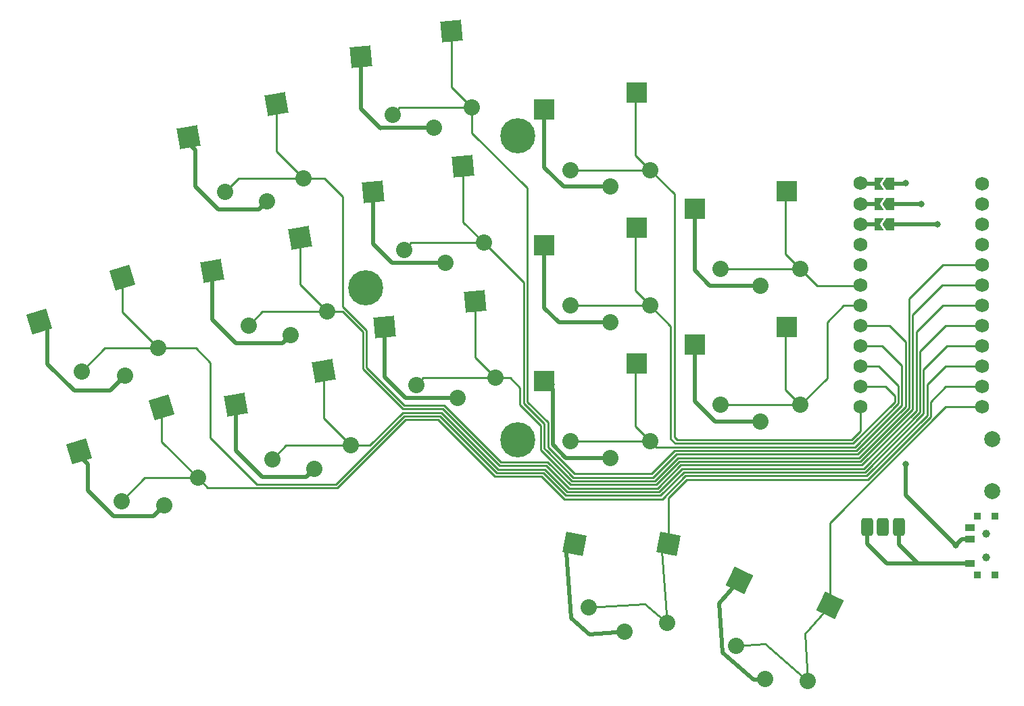
<source format=gtl>
%TF.GenerationSoftware,KiCad,Pcbnew,(6.0.4)*%
%TF.CreationDate,2022-05-15T18:09:05+02:00*%
%TF.ProjectId,battoota,62617474-6f6f-4746-912e-6b696361645f,v1.0.0*%
%TF.SameCoordinates,Original*%
%TF.FileFunction,Copper,L1,Top*%
%TF.FilePolarity,Positive*%
%FSLAX46Y46*%
G04 Gerber Fmt 4.6, Leading zero omitted, Abs format (unit mm)*
G04 Created by KiCad (PCBNEW (6.0.4)) date 2022-05-15 18:09:05*
%MOMM*%
%LPD*%
G01*
G04 APERTURE LIST*
G04 Aperture macros list*
%AMRoundRect*
0 Rectangle with rounded corners*
0 $1 Rounding radius*
0 $2 $3 $4 $5 $6 $7 $8 $9 X,Y pos of 4 corners*
0 Add a 4 corners polygon primitive as box body*
4,1,4,$2,$3,$4,$5,$6,$7,$8,$9,$2,$3,0*
0 Add four circle primitives for the rounded corners*
1,1,$1+$1,$2,$3*
1,1,$1+$1,$4,$5*
1,1,$1+$1,$6,$7*
1,1,$1+$1,$8,$9*
0 Add four rect primitives between the rounded corners*
20,1,$1+$1,$2,$3,$4,$5,0*
20,1,$1+$1,$4,$5,$6,$7,0*
20,1,$1+$1,$6,$7,$8,$9,0*
20,1,$1+$1,$8,$9,$2,$3,0*%
%AMRotRect*
0 Rectangle, with rotation*
0 The origin of the aperture is its center*
0 $1 length*
0 $2 width*
0 $3 Rotation angle, in degrees counterclockwise*
0 Add horizontal line*
21,1,$1,$2,0,0,$3*%
%AMFreePoly0*
4,1,6,0.500000,-0.750000,-0.650000,-0.750000,-0.150000,0.000000,-0.650000,0.750000,0.500000,0.750000,0.500000,-0.750000,0.500000,-0.750000,$1*%
%AMFreePoly1*
4,1,6,1.000000,0.000000,0.500000,-0.750000,-0.500000,-0.750000,-0.500000,0.750000,0.500000,0.750000,1.000000,0.000000,1.000000,0.000000,$1*%
G04 Aperture macros list end*
%TA.AperFunction,SMDPad,CuDef*%
%ADD10R,0.900000X0.900000*%
%TD*%
%TA.AperFunction,SMDPad,CuDef*%
%ADD11R,1.250000X0.900000*%
%TD*%
%TA.AperFunction,ComponentPad*%
%ADD12RoundRect,0.375000X-0.375000X-0.750000X0.375000X-0.750000X0.375000X0.750000X-0.375000X0.750000X0*%
%TD*%
%TA.AperFunction,ComponentPad*%
%ADD13C,2.000000*%
%TD*%
%TA.AperFunction,SMDPad,CuDef*%
%ADD14RotRect,2.600000X2.600000X10.000000*%
%TD*%
%TA.AperFunction,ComponentPad*%
%ADD15C,2.032000*%
%TD*%
%TA.AperFunction,SMDPad,CuDef*%
%ADD16RotRect,2.600000X2.600000X5.000000*%
%TD*%
%TA.AperFunction,SMDPad,CuDef*%
%ADD17R,2.600000X2.600000*%
%TD*%
%TA.AperFunction,SMDPad,CuDef*%
%ADD18RotRect,2.600000X2.600000X334.000000*%
%TD*%
%TA.AperFunction,WasherPad*%
%ADD19C,1.000000*%
%TD*%
%TA.AperFunction,SMDPad,CuDef*%
%ADD20RotRect,2.600000X2.600000X17.000000*%
%TD*%
%TA.AperFunction,SMDPad,CuDef*%
%ADD21RotRect,2.600000X2.600000X349.000000*%
%TD*%
%TA.AperFunction,ComponentPad*%
%ADD22C,1.752600*%
%TD*%
%TA.AperFunction,SMDPad,CuDef*%
%ADD23FreePoly0,180.000000*%
%TD*%
%TA.AperFunction,SMDPad,CuDef*%
%ADD24R,1.524000X0.500000*%
%TD*%
%TA.AperFunction,SMDPad,CuDef*%
%ADD25FreePoly1,180.000000*%
%TD*%
%TA.AperFunction,ComponentPad*%
%ADD26C,4.400000*%
%TD*%
%TA.AperFunction,ViaPad*%
%ADD27C,0.800000*%
%TD*%
%TA.AperFunction,Conductor*%
%ADD28C,0.250000*%
%TD*%
%TA.AperFunction,Conductor*%
%ADD29C,0.500000*%
%TD*%
G04 APERTURE END LIST*
D10*
%TO.P,T1,*%
%TO.N,*%
X161400140Y52144619D03*
X163600140Y59544619D03*
X163600140Y52144619D03*
X161400140Y59544619D03*
D11*
%TO.P,T1,1*%
%TO.N,Braw*%
X160425140Y53594619D03*
%TO.P,T1,2*%
%TO.N,RAW*%
X160425140Y56594619D03*
%TO.P,T1,3*%
%TO.N,N/C*%
X160425140Y58094619D03*
%TD*%
D12*
%TO.P,PAD1,1*%
%TO.N,Braw*%
X151545396Y58163682D03*
%TO.P,PAD1,2*%
%TO.N,GND*%
X149545396Y58163682D03*
%TO.P,PAD1,3*%
%TO.N,Braw*%
X147545396Y58163682D03*
%TD*%
D13*
%TO.P,B1,1*%
%TO.N,RST*%
X163203191Y69152519D03*
%TO.P,B1,2*%
%TO.N,GND*%
X163203191Y62652519D03*
%TD*%
D14*
%TO.P,S11,1*%
%TO.N,P3*%
X73579149Y111173371D03*
%TO.P,S11,2*%
%TO.N,GND*%
X62586645Y107001157D03*
%TD*%
D15*
%TO.P,S34,1*%
%TO.N,P9*%
X131165429Y43224606D03*
X140153370Y38840895D03*
%TO.P,S34,2*%
%TO.N,GND*%
X134738820Y39145283D03*
X134738820Y39145283D03*
%TD*%
D16*
%TO.P,S15,1*%
%TO.N,P18*%
X96965604Y103326961D03*
%TO.P,S15,2*%
%TO.N,GND*%
X85651298Y100128683D03*
%TD*%
D17*
%TO.P,S21,1*%
%TO.N,P16*%
X118686087Y95636017D03*
%TO.P,S21,2*%
%TO.N,GND*%
X107136087Y93436017D03*
%TD*%
D15*
%TO.P,S8,1*%
%TO.N,P5*%
X73026972Y66651093D03*
X82875050Y68387574D03*
%TO.P,S8,2*%
%TO.N,GND*%
X78315672Y65451237D03*
X78315672Y65451237D03*
%TD*%
%TO.P,S14,1*%
%TO.N,P2*%
X91053509Y75957538D03*
X101015456Y76829096D03*
%TO.P,S14,2*%
%TO.N,GND*%
X96217510Y74301308D03*
X96217510Y74301308D03*
%TD*%
%TO.P,S20,1*%
%TO.N,P14*%
X120411087Y68886017D03*
X110411087Y68886017D03*
%TO.P,S20,2*%
%TO.N,GND*%
X115411087Y66786017D03*
X115411087Y66786017D03*
%TD*%
%TO.P,S28,1*%
%TO.N,P19*%
X129218280Y73478852D03*
X139218280Y73478852D03*
%TO.P,S28,2*%
%TO.N,GND*%
X134218280Y71378852D03*
X134218280Y71378852D03*
%TD*%
D17*
%TO.P,S29,1*%
%TO.N,P20*%
X137493280Y100228852D03*
%TO.P,S29,2*%
%TO.N,GND*%
X125943280Y98028852D03*
%TD*%
D18*
%TO.P,S33,1*%
%TO.N,P9*%
X142877069Y48360327D03*
%TO.P,S33,2*%
%TO.N,GND*%
X131531581Y51446167D03*
%TD*%
D14*
%TO.P,S7,1*%
%TO.N,P5*%
X79483187Y77689907D03*
%TO.P,S7,2*%
%TO.N,GND*%
X68490683Y73517693D03*
%TD*%
D19*
%TO.P,T2,*%
%TO.N,*%
X162500140Y57344619D03*
X162500140Y54344619D03*
%TD*%
D20*
%TO.P,S5,1*%
%TO.N,P6*%
X54234545Y89377494D03*
%TO.P,S5,2*%
%TO.N,GND*%
X43832443Y83896730D03*
%TD*%
D17*
%TO.P,S27,1*%
%TO.N,P19*%
X137493280Y83228852D03*
%TO.P,S27,2*%
%TO.N,GND*%
X125943280Y81028852D03*
%TD*%
D14*
%TO.P,S9,1*%
%TO.N,P4*%
X76531168Y94431639D03*
%TO.P,S9,2*%
%TO.N,GND*%
X65538664Y90259425D03*
%TD*%
D15*
%TO.P,S16,1*%
%TO.N,P18*%
X99533808Y93764406D03*
X89571861Y92892848D03*
%TO.P,S16,2*%
%TO.N,GND*%
X94735862Y91236618D03*
X94735862Y91236618D03*
%TD*%
%TO.P,S30,1*%
%TO.N,P20*%
X139218280Y90478852D03*
X129218280Y90478852D03*
%TO.P,S30,2*%
%TO.N,GND*%
X134218280Y88378852D03*
X134218280Y88378852D03*
%TD*%
D16*
%TO.P,S13,1*%
%TO.N,P2*%
X98447252Y86391651D03*
%TO.P,S13,2*%
%TO.N,GND*%
X87132946Y83193373D03*
%TD*%
D15*
%TO.P,S24,1*%
%TO.N,P10*%
X110411087Y102886017D03*
X120411087Y102886017D03*
%TO.P,S24,2*%
%TO.N,GND*%
X115411087Y100786017D03*
X115411087Y100786017D03*
%TD*%
D16*
%TO.P,S17,1*%
%TO.N,P15*%
X95483957Y120262271D03*
%TO.P,S17,2*%
%TO.N,GND*%
X84169651Y117063993D03*
%TD*%
D15*
%TO.P,S4,1*%
%TO.N,P7*%
X54142067Y61376965D03*
X63705114Y64300682D03*
%TO.P,S4,2*%
%TO.N,GND*%
X59537571Y60830584D03*
X59537571Y60830584D03*
%TD*%
%TO.P,S10,1*%
%TO.N,P4*%
X70074953Y83392825D03*
X79923031Y85129306D03*
%TO.P,S10,2*%
%TO.N,GND*%
X75363653Y82192969D03*
X75363653Y82192969D03*
%TD*%
%TO.P,S22,1*%
%TO.N,P16*%
X110411087Y85886017D03*
X120411087Y85886017D03*
%TO.P,S22,2*%
%TO.N,GND*%
X115411087Y83786017D03*
X115411087Y83786017D03*
%TD*%
D21*
%TO.P,S31,1*%
%TO.N,P8*%
X122647284Y56030653D03*
%TO.P,S31,2*%
%TO.N,GND*%
X110889710Y56074917D03*
%TD*%
D22*
%TO.P,MCU1,*%
%TO.N,*%
X161977213Y98602542D03*
D23*
X148993690Y98602542D03*
X148993690Y101142542D03*
D24*
X148068690Y96062542D03*
D22*
X161977213Y96062542D03*
X146737213Y96062542D03*
D24*
X148068690Y101142542D03*
D23*
X148993690Y96062542D03*
D24*
X148068690Y98602542D03*
D22*
X146737213Y101226288D03*
X161977213Y101142542D03*
X146737213Y98602542D03*
D25*
%TO.P,MCU1,1*%
%TO.N,RAW*%
X150443690Y101142542D03*
%TO.P,MCU1,2*%
%TO.N,GND*%
X150443690Y98602542D03*
%TO.P,MCU1,3*%
%TO.N,RST*%
X150443690Y96062542D03*
D22*
%TO.P,MCU1,4*%
%TO.N,N/C*%
X146737213Y93522542D03*
%TO.P,MCU1,5*%
%TO.N,P21*%
X146737213Y90982542D03*
%TO.P,MCU1,6*%
%TO.N,P20*%
X146737213Y88442542D03*
%TO.P,MCU1,7*%
%TO.N,P19*%
X146737213Y85902542D03*
%TO.P,MCU1,8*%
%TO.N,P18*%
X146737213Y83362542D03*
%TO.P,MCU1,9*%
%TO.N,P15*%
X146737213Y80822542D03*
%TO.P,MCU1,10*%
%TO.N,P14*%
X146737213Y78282542D03*
%TO.P,MCU1,11*%
%TO.N,P16*%
X146737213Y75742542D03*
%TO.P,MCU1,12*%
%TO.N,P10*%
X146737213Y73202542D03*
%TO.P,MCU1,16*%
%TO.N,N/C*%
X161977213Y93522542D03*
%TO.P,MCU1,17*%
%TO.N,P2*%
X161977213Y90982542D03*
%TO.P,MCU1,18*%
%TO.N,P3*%
X161977213Y88442542D03*
%TO.P,MCU1,19*%
%TO.N,P4*%
X161977213Y85902542D03*
%TO.P,MCU1,20*%
%TO.N,P5*%
X161977213Y83362542D03*
%TO.P,MCU1,21*%
%TO.N,P6*%
X161977213Y80822542D03*
%TO.P,MCU1,22*%
%TO.N,P7*%
X161977213Y78282542D03*
%TO.P,MCU1,23*%
%TO.N,P8*%
X161977213Y75742542D03*
%TO.P,MCU1,24*%
%TO.N,P9*%
X161977213Y73202542D03*
%TD*%
D20*
%TO.P,S3,1*%
%TO.N,P7*%
X59204864Y73120313D03*
%TO.P,S3,2*%
%TO.N,GND*%
X48802762Y67639549D03*
%TD*%
D15*
%TO.P,S32,1*%
%TO.N,P8*%
X122480203Y46130643D03*
X112663931Y48038733D03*
%TO.P,S32,2*%
%TO.N,GND*%
X117171368Y45023271D03*
X117171368Y45023271D03*
%TD*%
D26*
%TO.P,REF\u002A\u002A,1*%
%TO.N,N/C*%
X84747220Y88141427D03*
X103797220Y69091427D03*
X103797220Y107191427D03*
%TD*%
D15*
%TO.P,S12,1*%
%TO.N,P3*%
X76971012Y101871038D03*
X67122934Y100134557D03*
%TO.P,S12,2*%
%TO.N,GND*%
X72411634Y98934701D03*
X72411634Y98934701D03*
%TD*%
D17*
%TO.P,S23,1*%
%TO.N,P10*%
X118686087Y112636017D03*
%TO.P,S23,2*%
%TO.N,GND*%
X107136087Y110436017D03*
%TD*%
D15*
%TO.P,S6,1*%
%TO.N,P6*%
X49171748Y77634146D03*
X58734795Y80557863D03*
%TO.P,S6,2*%
%TO.N,GND*%
X54567252Y77087765D03*
X54567252Y77087765D03*
%TD*%
D17*
%TO.P,S19,1*%
%TO.N,P14*%
X118686087Y78636017D03*
%TO.P,S19,2*%
%TO.N,GND*%
X107136087Y76436017D03*
%TD*%
D15*
%TO.P,S18,1*%
%TO.N,P15*%
X88090214Y109828158D03*
X98052161Y110699716D03*
%TO.P,S18,2*%
%TO.N,GND*%
X93254215Y108171928D03*
X93254215Y108171928D03*
%TD*%
D27*
%TO.N,GND*%
X154304587Y98650426D03*
%TO.N,RAW*%
X158661253Y55844619D03*
X152400000Y66040000D03*
X152400000Y101213143D03*
%TO.N,RST*%
X156389782Y96106346D03*
%TD*%
D28*
%TO.N,P6*%
X81024544Y63500000D02*
X71120000Y63500000D01*
X94028116Y72037521D02*
X89562066Y72037521D01*
X154628374Y72346106D02*
X147293059Y65010791D01*
X63479549Y80557863D02*
X58734795Y80557863D01*
X58734795Y80557863D02*
X52095465Y80557863D01*
X54234545Y89377494D02*
X54234545Y85058113D01*
X109813673Y62104105D02*
X106982862Y64934916D01*
X52095465Y80557863D02*
X49171748Y77634146D01*
X54234545Y85058113D02*
X58734795Y80557863D01*
X147293059Y65010791D02*
X124592825Y65010791D01*
X89562066Y72037521D02*
X81024544Y63500000D01*
X65297412Y78740000D02*
X63479549Y80557863D01*
X124592825Y65010791D02*
X121686138Y62104105D01*
X65297412Y69322588D02*
X65297412Y78740000D01*
X121686138Y62104105D02*
X109813673Y62104105D01*
X101130724Y64934916D02*
X94028116Y72037521D01*
X157527339Y80822542D02*
X154628374Y77923577D01*
X106982862Y64934916D02*
X101130724Y64934916D01*
X71120000Y63500000D02*
X65297412Y69322588D01*
X161977213Y80822542D02*
X157527339Y80822542D01*
X154628374Y77923577D02*
X154628374Y72346106D01*
D29*
%TO.N,GND*%
X108153560Y75418544D02*
X107136087Y76436017D01*
X63384822Y105421809D02*
X62586645Y106219986D01*
X96217510Y74301308D02*
X89760656Y74301308D01*
X134218280Y88378852D02*
X127851901Y88378852D01*
X63384822Y100802250D02*
X63384822Y105421809D01*
X128490798Y71378852D02*
X125943280Y73926370D01*
X75363653Y82192969D02*
X74347654Y81176970D01*
X115411087Y66786017D02*
X109815760Y66786017D01*
X125943280Y90287473D02*
X125943280Y98028852D01*
X108153560Y68448217D02*
X108153560Y75418544D01*
X62586645Y106219986D02*
X62586645Y107001157D01*
X66268370Y97918702D02*
X63384822Y100802250D01*
X74347654Y81176970D02*
X68485407Y81176970D01*
X71813295Y64435238D02*
X68490683Y67757850D01*
X89760656Y74301308D02*
X87132946Y76929018D01*
X109815760Y66786017D02*
X108153560Y68448217D01*
X49917361Y65987885D02*
X48802762Y67102484D01*
X129444550Y42401310D02*
X129014546Y48550649D01*
X110481743Y46692663D02*
X109904892Y54942014D01*
X59537571Y60830584D02*
X58196209Y59489222D01*
X77299673Y64435238D02*
X71813295Y64435238D01*
X115411087Y83786017D02*
X108973745Y83786017D01*
X78315672Y65451237D02*
X77299673Y64435238D01*
X58196209Y59489222D02*
X53137791Y59489222D01*
X71395635Y97918702D02*
X66268370Y97918702D01*
X117171368Y45023271D02*
X112757238Y44714605D01*
X53137791Y59489222D02*
X49917361Y62709652D01*
X134218280Y71378852D02*
X128490798Y71378852D01*
X107136087Y103216201D02*
X107136087Y110436017D01*
X86601289Y108171928D02*
X86570217Y108140856D01*
X93254215Y108171928D02*
X86601289Y108171928D01*
X115411087Y100786017D02*
X109566271Y100786017D01*
X68485407Y81176970D02*
X65538664Y84123713D01*
X85651298Y93599163D02*
X85651298Y100128683D01*
X65538664Y84123713D02*
X65538664Y90259425D01*
X48802762Y67102484D02*
X48802762Y67639549D01*
X129014546Y48550649D02*
X131531581Y51446167D01*
X112757238Y44714605D02*
X110481743Y46692663D01*
X133305480Y39045054D02*
X129444550Y42401310D01*
X154256703Y98602542D02*
X150443690Y98602542D01*
X108153560Y76015027D02*
X107136087Y77032500D01*
X109566271Y100786017D02*
X107136087Y103216201D01*
X94735862Y91236618D02*
X88013843Y91236618D01*
X48232895Y75218284D02*
X44864298Y78586881D01*
X87132946Y76929018D02*
X87132946Y83193373D01*
X88013843Y91236618D02*
X85651298Y93599163D01*
X108973745Y83786017D02*
X107136087Y85623675D01*
X154304587Y98650426D02*
X154256703Y98602542D01*
X127851901Y88378852D02*
X125943280Y90287473D01*
X44864298Y78586881D02*
X44864298Y82864875D01*
X86570217Y108140856D02*
X84169651Y110541422D01*
X54567252Y77087765D02*
X52697771Y75218284D01*
X72411634Y98934701D02*
X71395635Y97918702D01*
X134738820Y39145283D02*
X133305480Y39045054D01*
X68490683Y67757850D02*
X68490683Y73517693D01*
X52697771Y75218284D02*
X48232895Y75218284D01*
X107136087Y85623675D02*
X107136087Y93436017D01*
X44864298Y82864875D02*
X43832443Y83896730D01*
X49917361Y62709652D02*
X49917361Y65987885D01*
X125943280Y73926370D02*
X125943280Y81028852D01*
X84169651Y110541422D02*
X84169651Y117063993D01*
D28*
%TO.N,P5*%
X121499941Y62553625D02*
X124406628Y65460311D01*
X157383378Y83345369D02*
X161960040Y83345369D01*
X154178854Y80140845D02*
X157383378Y83345369D01*
X79483187Y71779437D02*
X82875050Y68387574D01*
X154178854Y72532303D02*
X154178854Y80140845D01*
X94214315Y72487041D02*
X101316920Y65384436D01*
X124406628Y65460311D02*
X147106862Y65460311D01*
X109999871Y62553625D02*
X121499941Y62553625D01*
X101316920Y65384436D02*
X107169060Y65384436D01*
X82875050Y68387574D02*
X74763453Y68387574D01*
X107169060Y65384436D02*
X109999871Y62553625D01*
X79483187Y77689907D02*
X79483187Y71779437D01*
X74763453Y68387574D02*
X73026972Y66651093D01*
X85276400Y68387574D02*
X89375867Y72487041D01*
X89375867Y72487041D02*
X94214315Y72487041D01*
X82875050Y68387574D02*
X85276400Y68387574D01*
X147106862Y65460311D02*
X154178854Y72532303D01*
%TO.N,P4*%
X101503117Y65833956D02*
X107355257Y65833956D01*
X121313741Y63003145D02*
X124220427Y65909831D01*
X76531168Y88521169D02*
X79923031Y85129306D01*
X94400512Y72936561D02*
X101503117Y65833956D01*
X146920664Y65909831D02*
X153729334Y72718501D01*
X76531168Y94431639D02*
X76531168Y88521169D01*
X107355257Y65833956D02*
X110186071Y63003145D01*
X84386480Y82617802D02*
X84386480Y77933067D01*
X157024799Y85904799D02*
X161974956Y85904799D01*
X79923031Y85129306D02*
X71811434Y85129306D01*
X79923031Y85129306D02*
X81874976Y85129306D01*
X124220427Y65909831D02*
X146920664Y65909831D01*
X81874976Y85129306D02*
X84386480Y82617802D01*
X153729334Y82609334D02*
X157024799Y85904799D01*
X84386480Y77933067D02*
X89382986Y72936561D01*
X89382986Y72936561D02*
X94400512Y72936561D01*
X71811434Y85129306D02*
X70074953Y83392825D01*
X153729334Y72718501D02*
X153729334Y82609334D01*
X110186071Y63003145D02*
X121313741Y63003145D01*
X161974956Y85904799D02*
X161977213Y85902542D01*
%TO.N,P3*%
X68859415Y101871038D02*
X67122934Y100134557D01*
X81858703Y85781297D02*
X84836000Y82804000D01*
X101689314Y66283476D02*
X107541455Y66283476D01*
X89569184Y73386081D02*
X94586709Y73386081D01*
X107541455Y66283476D02*
X110372268Y63452665D01*
X121127543Y63452665D02*
X124034230Y66359351D01*
X76971012Y101871038D02*
X79561162Y101871038D01*
X73579149Y111173371D02*
X73579149Y105262901D01*
X84836000Y82804000D02*
X84836000Y78119265D01*
X124034230Y66359351D02*
X146734466Y66359351D01*
X153249052Y84703008D02*
X156988586Y88442542D01*
X81858703Y99573497D02*
X81858703Y85781297D01*
X76971012Y101871038D02*
X68859415Y101871038D01*
X146734466Y66359351D02*
X153249052Y72873937D01*
X79561162Y101871038D02*
X81858703Y99573497D01*
X94586709Y73386081D02*
X101689314Y66283476D01*
X153249052Y72873937D02*
X153249052Y84703008D01*
X73579149Y105262901D02*
X76971012Y101871038D01*
X156988586Y88442542D02*
X161977213Y88442542D01*
X84836000Y78119265D02*
X89569184Y73386081D01*
X110372268Y63452665D02*
X121127543Y63452665D01*
%TO.N,P2*%
X102844128Y76829096D02*
X104079160Y75594064D01*
X91925067Y76829096D02*
X91053509Y75957538D01*
X104079160Y73484347D02*
X106680000Y70883507D01*
X101015456Y76829096D02*
X98447252Y79397300D01*
X98447252Y79397300D02*
X98447252Y86391651D01*
X120941347Y63902185D02*
X123848033Y66808871D01*
X157043597Y90982542D02*
X161977213Y90982542D01*
X146548268Y66808871D02*
X152799532Y73060135D01*
X123848033Y66808871D02*
X146548268Y66808871D01*
X152799532Y86738477D02*
X157043597Y90982542D01*
X104079160Y75594064D02*
X104079160Y73484347D01*
X106680000Y70883507D02*
X106680001Y67780648D01*
X110558465Y63902185D02*
X120941347Y63902185D01*
X152799532Y73060135D02*
X152799532Y86738477D01*
X101015456Y76829096D02*
X102844128Y76829096D01*
X101015456Y76829096D02*
X91925067Y76829096D01*
X106680001Y67780648D02*
X110558465Y63902185D01*
%TO.N,P18*%
X104528680Y88769534D02*
X104528680Y73670546D01*
X107129520Y67966846D02*
X107392843Y67703524D01*
X120755149Y64351705D02*
X123661836Y67258391D01*
X99533808Y93764406D02*
X90443419Y93764406D01*
X96965604Y96332610D02*
X99533808Y93764406D01*
X146362070Y67258391D02*
X152350012Y73246333D01*
X110744662Y64351705D02*
X120755149Y64351705D01*
X99533808Y93764406D02*
X104528680Y88769534D01*
X152350012Y81329988D02*
X150317458Y83362542D01*
X107129520Y71069705D02*
X107129520Y67966846D01*
X150317458Y83362542D02*
X146737213Y83362542D01*
X96965604Y103326961D02*
X96965604Y96332610D01*
X123661836Y67258391D02*
X146362070Y67258391D01*
X104528680Y73670546D02*
X107129520Y71069705D01*
X107392843Y67703524D02*
X110744662Y64351705D01*
X90443419Y93764406D02*
X89571861Y92892848D01*
X152350012Y73246333D02*
X152350012Y81329988D01*
%TO.N,P15*%
X107579040Y68153044D02*
X110930859Y64801225D01*
X151900492Y78376564D02*
X149454514Y80822542D01*
X95483957Y120262271D02*
X95483957Y113267920D01*
X151900492Y73432531D02*
X151900492Y78376564D01*
X146175872Y67707911D02*
X151900492Y73432531D01*
X98052161Y110699716D02*
X98052161Y107541789D01*
X149454514Y80822542D02*
X146737213Y80822542D01*
X120568951Y64801225D02*
X123475639Y67707911D01*
X98052161Y107541789D02*
X104978200Y100615750D01*
X88961772Y110699716D02*
X88090214Y109828158D01*
X107579040Y71255902D02*
X107579040Y68153044D01*
X104978200Y73856744D02*
X107579040Y71255902D01*
X104978200Y100615750D02*
X104978200Y73856744D01*
X123475639Y67707911D02*
X146175872Y67707911D01*
X110930859Y64801225D02*
X120568951Y64801225D01*
X98052161Y110699716D02*
X88961772Y110699716D01*
X95483957Y113267920D02*
X98052161Y110699716D01*
%TO.N,P14*%
X151450972Y75858105D02*
X151450972Y73618729D01*
X151450972Y73618729D02*
X146001033Y68168790D01*
X120411087Y68886017D02*
X110411087Y68886017D01*
X118536566Y78486496D02*
X118536566Y70760538D01*
X121128314Y68168790D02*
X120411087Y68886017D01*
X146737213Y78282542D02*
X149026535Y78282542D01*
X149026535Y78282542D02*
X151450972Y75858105D01*
X118536566Y70760538D02*
X120411087Y68886017D01*
X146001033Y68168790D02*
X121128314Y68168790D01*
X118686087Y78636017D02*
X118536566Y78486496D01*
%TO.N,P16*%
X118536566Y87760538D02*
X120411087Y85886017D01*
X110411087Y85886017D02*
X120411087Y85886017D01*
X149860000Y75742542D02*
X146737213Y75742542D01*
X118536566Y95486496D02*
X118536566Y87760538D01*
X145814835Y68618310D02*
X151001452Y73804926D01*
X122966194Y69188523D02*
X123536407Y68618310D01*
X151001452Y73804926D02*
X151001452Y74601090D01*
X120411087Y85886017D02*
X122966194Y83330910D01*
X151001452Y74601090D02*
X149860000Y75742542D01*
X118686087Y95636017D02*
X118536566Y95486496D01*
X122966194Y83330910D02*
X122966194Y69188523D01*
X123536407Y68618310D02*
X145814835Y68618310D01*
%TO.N,P10*%
X123793862Y69067830D02*
X145628638Y69067830D01*
X145628638Y69067830D02*
X146737213Y70176405D01*
X118536566Y112486496D02*
X118536566Y104760538D01*
X123415714Y69445978D02*
X123793862Y69067830D01*
X146737213Y70176405D02*
X146737213Y73202542D01*
X120411087Y102886017D02*
X110411087Y102886017D01*
X118686087Y112636017D02*
X118536566Y112486496D01*
X120411087Y102886017D02*
X123415714Y99881390D01*
X123415714Y99881390D02*
X123415714Y69445978D01*
X118536566Y104760538D02*
X120411087Y102886017D01*
%TO.N,P19*%
X144607863Y85902542D02*
X146737213Y85902542D01*
X137343759Y75353373D02*
X137343759Y83079331D01*
X142540891Y83835570D02*
X144607863Y85902542D01*
X142540891Y76801463D02*
X142540891Y83835570D01*
X139218280Y73478852D02*
X137343759Y75353373D01*
X137343759Y83079331D02*
X137493280Y83228852D01*
X139218280Y73478852D02*
X142540891Y76801463D01*
X129218280Y73478852D02*
X139218280Y73478852D01*
%TO.N,P20*%
X141329875Y88367257D02*
X146661928Y88367257D01*
X139218280Y90478852D02*
X141329875Y88367257D01*
X137343759Y92353373D02*
X137343759Y100079331D01*
X137343759Y100079331D02*
X137493280Y100228852D01*
X139218280Y90478852D02*
X137343759Y92353373D01*
X146661928Y88367257D02*
X146737213Y88442542D01*
X129218280Y90478852D02*
X139218280Y90478852D01*
%TO.N,P7*%
X121872336Y61654585D02*
X109627476Y61654585D01*
X93841919Y71588001D02*
X89748263Y71588001D01*
X89748263Y71588001D02*
X81210741Y63050480D01*
X59204864Y68800932D02*
X63705114Y64300682D01*
X157360570Y78282542D02*
X155077894Y75999866D01*
X81210741Y63050480D02*
X64955316Y63050480D01*
X64955316Y63050480D02*
X63705114Y64300682D01*
X109627476Y61654585D02*
X106796665Y64485396D01*
X161977213Y78282542D02*
X157360570Y78282542D01*
X106796665Y64485396D02*
X100944526Y64485396D01*
X155077894Y72159908D02*
X147479257Y64561271D01*
X124779022Y64561271D02*
X121872336Y61654585D01*
X147479257Y64561271D02*
X124779022Y64561271D01*
X100944526Y64485396D02*
X93841919Y71588001D01*
X155077894Y75999866D02*
X155077894Y72159908D01*
X63705114Y64300682D02*
X57065784Y64300682D01*
X57065784Y64300682D02*
X54142067Y61376965D01*
X59204864Y73120313D02*
X59204864Y68800932D01*
%TO.N,P8*%
X119717775Y48531985D02*
X112663930Y48038732D01*
X155527414Y71973710D02*
X147665454Y64111751D01*
X122480203Y46130643D02*
X119717775Y48531985D01*
X157416933Y75742542D02*
X155527414Y73853023D01*
X147665454Y64111751D02*
X124965220Y64111751D01*
X161977213Y75742542D02*
X157416933Y75742542D01*
X155527414Y73853023D02*
X155527414Y71973710D01*
X121851908Y55115678D02*
X122480203Y46130643D01*
X124965220Y64111751D02*
X122647284Y61793815D01*
X122647284Y61793815D02*
X122647284Y56030653D01*
%TO.N,P9*%
X157391963Y73202542D02*
X142877069Y58687647D01*
X134816767Y43479932D02*
X131165430Y43224606D01*
X142877069Y48360327D02*
X139740053Y44751603D01*
X140153370Y38840894D02*
X134816767Y43479932D01*
X139740053Y44751603D02*
X140153370Y38840894D01*
X142877069Y58687647D02*
X142877069Y48360327D01*
X161977213Y73202542D02*
X157391963Y73202542D01*
D29*
%TO.N,RAW*%
X152400000Y62118371D02*
X158661253Y55857118D01*
X152372041Y101185184D02*
X150419502Y101185184D01*
X152400000Y101213143D02*
X152372041Y101185184D01*
X158661253Y55857118D02*
X158661253Y55844619D01*
X159411253Y56594619D02*
X160425140Y56594619D01*
X152400000Y66040000D02*
X152400000Y62118371D01*
X158661253Y55844619D02*
X159411253Y56594619D01*
%TO.N,RST*%
X150466332Y96085184D02*
X150443690Y96062542D01*
X156389782Y96106346D02*
X156368620Y96085184D01*
X156368620Y96085184D02*
X150466332Y96085184D01*
%TO.N,Braw*%
X149987226Y53594619D02*
X147545396Y56036449D01*
X160425140Y53594619D02*
X149987226Y53594619D01*
X151545396Y55929571D02*
X153880348Y53594619D01*
X147545396Y56036449D02*
X147545396Y58163682D01*
X153880348Y53594619D02*
X160425140Y53594619D01*
X151545396Y58163682D02*
X151545396Y55929571D01*
%TD*%
M02*

</source>
